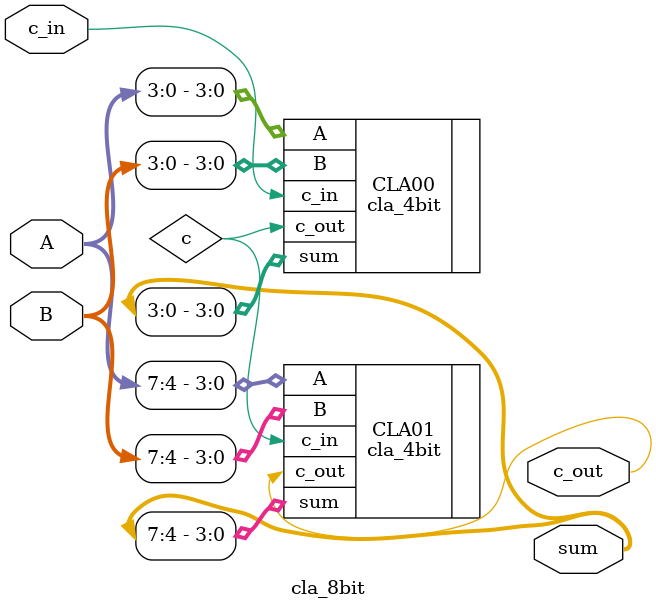
<source format=v>
`timescale 1ps/1ps
module cla_8bit (
    input [7:0] A,
    input [7:0] B,
    input c_in,
    output [7:0] sum,
    output c_out
);
    wire c; //c is c_out

    cla_4bit CLA00(.A(A[3:0]), .B(B[3:0]), .c_in(c_in), .sum(sum[3:0]), .c_out(c));
    cla_4bit CLA01(.A(A[7:4]), .B(B[7:4]), .c_in(c), .sum(sum[7:4]), .c_out(c_out));

endmodule
</source>
